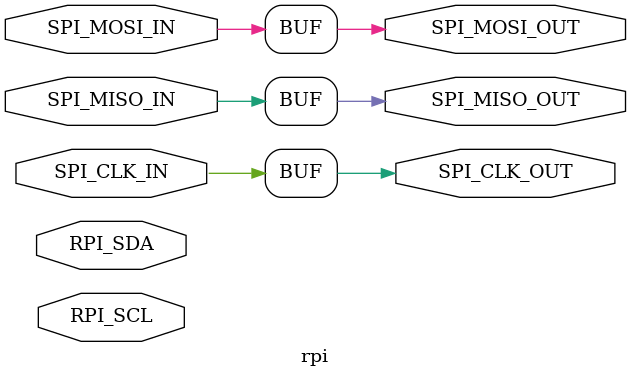
<source format=v>

module rpi(
	input  SPI_CLK_IN,
	output SPI_CLK_OUT,
	input  SPI_MOSI_IN,
	output SPI_MOSI_OUT,
	input  SPI_MISO_IN,
	output SPI_MISO_OUT,
	input  RPI_SDA,
	input  RPI_SCL
);

// Simple passthrough for SPI signals
// RPI -> STM32
assign SPI_CLK_OUT = SPI_CLK_IN;
assign SPI_MOSI_OUT = SPI_MOSI_IN;

// STM32 -> RPI
assign SPI_MISO_OUT = SPI_MISO_IN;

// I2C signals are not used in this simple bridge
// They could be used for module EEPROM access in future

endmodule

</source>
